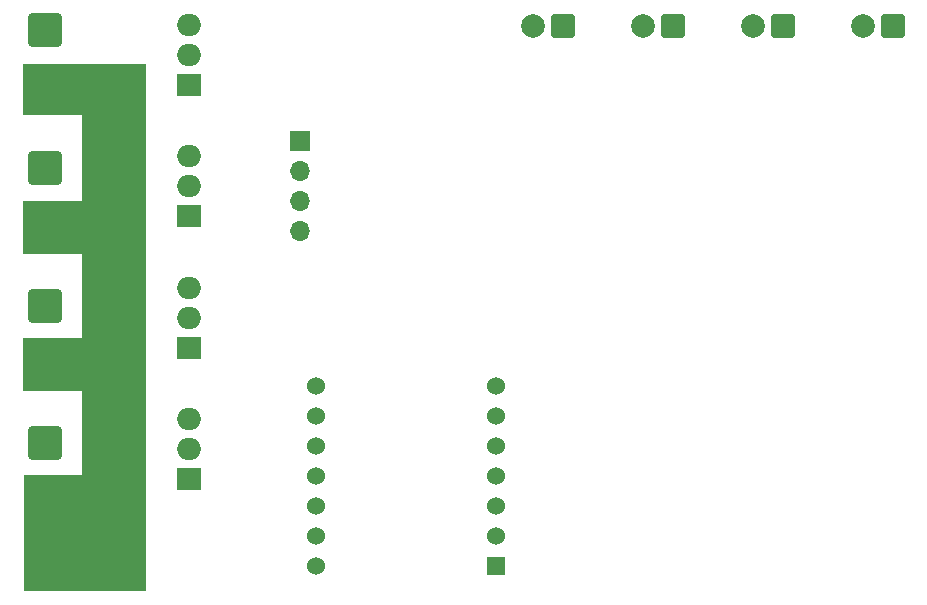
<source format=gbr>
%TF.GenerationSoftware,KiCad,Pcbnew,9.0.0*%
%TF.CreationDate,2025-04-18T19:56:47-04:00*%
%TF.ProjectId,TEMP_ctrl,54454d50-5f63-4747-926c-2e6b69636164,rev?*%
%TF.SameCoordinates,Original*%
%TF.FileFunction,Soldermask,Bot*%
%TF.FilePolarity,Negative*%
%FSLAX46Y46*%
G04 Gerber Fmt 4.6, Leading zero omitted, Abs format (unit mm)*
G04 Created by KiCad (PCBNEW 9.0.0) date 2025-04-18 19:56:47*
%MOMM*%
%LPD*%
G01*
G04 APERTURE LIST*
G04 Aperture macros list*
%AMRoundRect*
0 Rectangle with rounded corners*
0 $1 Rounding radius*
0 $2 $3 $4 $5 $6 $7 $8 $9 X,Y pos of 4 corners*
0 Add a 4 corners polygon primitive as box body*
4,1,4,$2,$3,$4,$5,$6,$7,$8,$9,$2,$3,0*
0 Add four circle primitives for the rounded corners*
1,1,$1+$1,$2,$3*
1,1,$1+$1,$4,$5*
1,1,$1+$1,$6,$7*
1,1,$1+$1,$8,$9*
0 Add four rect primitives between the rounded corners*
20,1,$1+$1,$2,$3,$4,$5,0*
20,1,$1+$1,$4,$5,$6,$7,0*
20,1,$1+$1,$6,$7,$8,$9,0*
20,1,$1+$1,$8,$9,$2,$3,0*%
G04 Aperture macros list end*
%ADD10C,0.100000*%
%ADD11R,2.000000X1.905000*%
%ADD12O,2.000000X1.905000*%
%ADD13RoundRect,0.250001X-1.149999X1.149999X-1.149999X-1.149999X1.149999X-1.149999X1.149999X1.149999X0*%
%ADD14C,2.800000*%
%ADD15RoundRect,0.250000X0.750000X0.750000X-0.750000X0.750000X-0.750000X-0.750000X0.750000X-0.750000X0*%
%ADD16C,2.000000*%
%ADD17R,1.700000X1.700000*%
%ADD18O,1.700000X1.700000*%
%ADD19R,1.530000X1.530000*%
%ADD20C,1.530000*%
%ADD21R,4.000000X4.000000*%
G04 APERTURE END LIST*
D10*
X123200000Y-140900000D02*
X112900000Y-140900000D01*
X112900000Y-131200000D01*
X117800000Y-131200000D01*
X117800000Y-124000000D01*
X112800000Y-124000000D01*
X112800000Y-119600000D01*
X117800000Y-119600000D01*
X117800000Y-112400000D01*
X112800000Y-112400000D01*
X112800000Y-108000000D01*
X117800000Y-108000000D01*
X117800000Y-100600000D01*
X112800000Y-100600000D01*
X112800000Y-96400000D01*
X123200000Y-96400000D01*
X123200000Y-140900000D01*
G36*
X123200000Y-140900000D02*
G01*
X112900000Y-140900000D01*
X112900000Y-131200000D01*
X117800000Y-131200000D01*
X117800000Y-124000000D01*
X112800000Y-124000000D01*
X112800000Y-119600000D01*
X117800000Y-119600000D01*
X117800000Y-112400000D01*
X112800000Y-112400000D01*
X112800000Y-108000000D01*
X117800000Y-108000000D01*
X117800000Y-100600000D01*
X112800000Y-100600000D01*
X112800000Y-96400000D01*
X123200000Y-96400000D01*
X123200000Y-140900000D01*
G37*
D11*
%TO.C,Q2*%
X126900000Y-98155000D03*
D12*
X126900000Y-95615000D03*
X126900000Y-93075000D03*
%TD*%
D13*
%TO.C,J10*%
X114700000Y-116825000D03*
D14*
X114700000Y-121825000D03*
%TD*%
D13*
%TO.C,J12*%
X114700000Y-128475000D03*
D14*
X114700000Y-133475000D03*
%TD*%
D15*
%TO.C,J1*%
X158550000Y-93150000D03*
D16*
X156010000Y-93150000D03*
%TD*%
D13*
%TO.C,J9*%
X114700000Y-93525000D03*
D14*
X114700000Y-98525000D03*
%TD*%
D11*
%TO.C,Q5*%
X126900000Y-131480000D03*
D12*
X126900000Y-128940000D03*
X126900000Y-126400000D03*
%TD*%
D17*
%TO.C,J7*%
X136300000Y-102900000D03*
D18*
X136300000Y-105440000D03*
X136300000Y-107980000D03*
X136300000Y-110520000D03*
%TD*%
D15*
%TO.C,J4*%
X186475000Y-93150000D03*
D16*
X183935000Y-93150000D03*
%TD*%
D15*
%TO.C,J3*%
X167858333Y-93150000D03*
D16*
X165318333Y-93150000D03*
%TD*%
D11*
%TO.C,Q4*%
X126900000Y-120371667D03*
D12*
X126900000Y-117831667D03*
X126900000Y-115291667D03*
%TD*%
D13*
%TO.C,J11*%
X114700000Y-105175000D03*
D14*
X114700000Y-110175000D03*
%TD*%
D11*
%TO.C,Q1*%
X126900000Y-109263333D03*
D12*
X126900000Y-106723333D03*
X126900000Y-104183333D03*
%TD*%
D19*
%TO.C,U2*%
X152907500Y-138860000D03*
D20*
X152907500Y-136320000D03*
X152907500Y-133780000D03*
X152907500Y-131240000D03*
X152907500Y-128700000D03*
X152907500Y-126160000D03*
X152907500Y-123620000D03*
X137667500Y-123620000D03*
X137667500Y-126160000D03*
X137667500Y-128700000D03*
X137667500Y-131240000D03*
X137667500Y-133780000D03*
X137667500Y-136320000D03*
X137667500Y-138860000D03*
%TD*%
D15*
%TO.C,J2*%
X177166667Y-93150000D03*
D16*
X174626667Y-93150000D03*
%TD*%
D21*
%TO.C,J5*%
X117550000Y-138500000D03*
%TD*%
M02*

</source>
